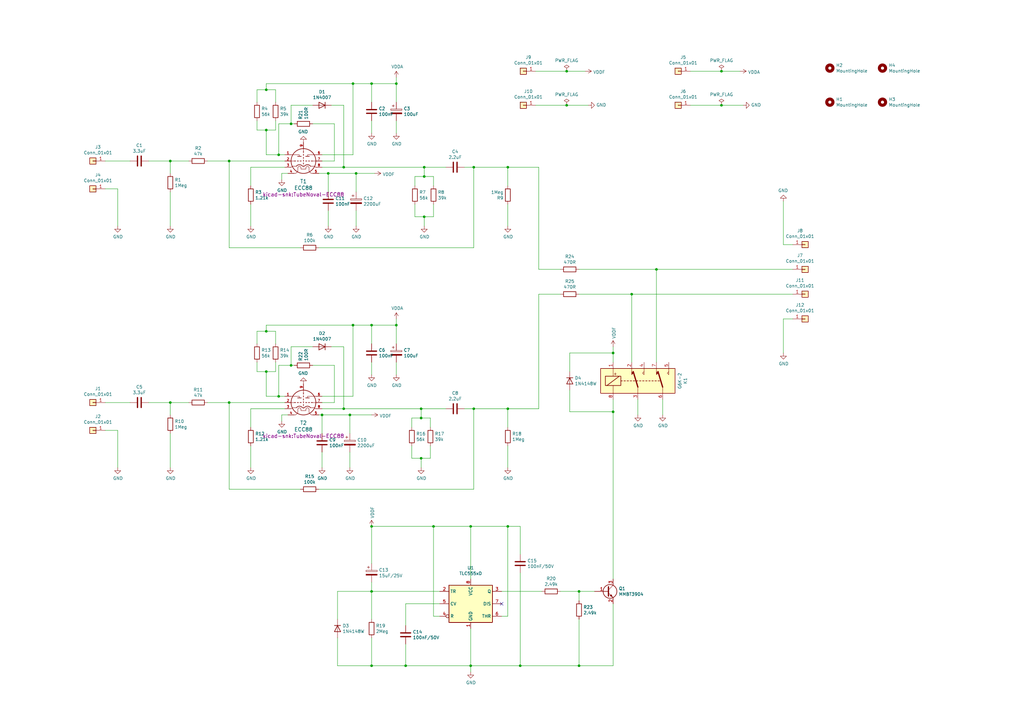
<source format=kicad_sch>
(kicad_sch (version 20211123) (generator eeschema)
  (paper "A3")
  (title_block (title "Pre-Amp ECC88/E88CC") (date "2022-04-18") (rev "V6"))
  (lib_symbols
    (symbol "Connector_Generic:Conn_01x01" (pin_names (offset 1.016) hide)
      (property "Reference" "J" (at 0 2.54 0))
      (property "Value" "Conn_01x01" (at 0 -2.54 0))
      (symbol "Conn_01x01_1_1"
        (rectangle (start -1.27 0.127) (end 0 -0.127) (stroke (width 0.1524)))
        (rectangle (start -1.27 1.27) (end 1.27 -1.27) (stroke (width 0.254)) (fill (type background)))
        (pin passive line (at -5.08 0 0) (length 3.81) (name "Pin_1") (number "1"))
      )
    )
    (symbol "Device:C" (pin_numbers hide) (pin_names (offset 0.254))
      (property "Reference" "C" (at 0.635 2.54 0))
      (property "Value" "C" (at 0.635 -2.54 0))
      (symbol "C_0_1"
        (polyline (pts (xy -2.032 -0.762) (xy 2.032 -0.762)) (stroke (width 0.508)))
        (polyline (pts (xy -2.032 0.762) (xy 2.032 0.762)) (stroke (width 0.508)))
      )
      (symbol "C_1_1"
        (pin passive line (at 0 3.81 270) (length 2.794) (name "~") (number "1"))
        (pin passive line (at 0 -3.81 90) (length 2.794) (name "~") (number "2"))
      )
    )
    (symbol "Device:CP" (pin_numbers hide) (pin_names (offset 0.254))
      (property "Reference" "C" (at 0.635 2.54 0))
      (property "Value" "Device_CP" (at 0.635 -2.54 0))
      (symbol "CP_0_1"
        (rectangle (start -2.286 0.508) (end 2.286 1.016))
        (polyline (pts (xy -1.778 2.286) (xy -0.762 2.286)))
        (polyline (pts (xy -1.27 2.794) (xy -1.27 1.778)))
        (rectangle (start 2.286 -0.508) (end -2.286 -1.016) (fill (type outline)))
      )
      (symbol "CP_1_1"
        (pin passive line (at 0 3.81 270) (length 2.794) (name "~") (number "1"))
        (pin passive line (at 0 -3.81 90) (length 2.794) (name "~") (number "2"))
      )
    )
    (symbol "Device:R" (pin_numbers hide) (pin_names (offset 0))
      (property "Reference" "R" (at 2.032 0 90))
      (property "Value" "R" (at 0 0 90))
      (symbol "R_0_1"
        (rectangle (start -1.016 -2.54) (end 1.016 2.54) (stroke (width 0.254)))
      )
      (symbol "R_1_1"
        (pin passive line (at 0 3.81 270) (length 1.27) (name "~") (number "1"))
        (pin passive line (at 0 -3.81 90) (length 1.27) (name "~") (number "2"))
      )
    )
    (symbol "Diode:1N4007" (pin_numbers hide) (pin_names (offset 1.016) hide)
      (property "Reference" "D" (at 0 2.54 0))
      (property "Value" "1N4007" (at 0 -2.54 0))
      (symbol "1N4007_0_1"
        (polyline (pts (xy -1.27 1.27) (xy -1.27 -1.27)) (stroke (width 0.254)))
        (polyline (pts (xy 1.27 0) (xy -1.27 0)))
        (polyline (pts (xy 1.27 1.27) (xy 1.27 -1.27) (xy -1.27 0) (xy 1.27 1.27)) (stroke (width 0.254)))
      )
      (symbol "1N4007_1_1"
        (pin passive line (at -3.81 0 0) (length 2.54) (name "K") (number "1"))
        (pin passive line (at 3.81 0 180) (length 2.54) (name "A") (number "2"))
      )
    )
    (symbol "Diode:1N4148W" (pin_numbers hide) (pin_names (offset 1.016) hide)
      (property "Reference" "D" (at 0 2.54 0))
      (property "Value" "1N4148W" (at 0 -2.54 0))
      (symbol "1N4148W_0_1"
        (polyline (pts (xy -1.27 1.27) (xy -1.27 -1.27)) (stroke (width 0.254)))
        (polyline (pts (xy 1.27 0) (xy -1.27 0)))
        (polyline (pts (xy 1.27 1.27) (xy 1.27 -1.27) (xy -1.27 0) (xy 1.27 1.27)) (stroke (width 0.254)))
      )
      (symbol "1N4148W_1_1"
        (pin passive line (at -3.81 0 0) (length 2.54) (name "K") (number "1"))
        (pin passive line (at 3.81 0 180) (length 2.54) (name "A") (number "2"))
      )
    )
    (symbol "Mechanical:MountingHole" (pin_names (offset 1.016))
      (property "Reference" "H" (at 0 5.08 0))
      (property "Value" "MountingHole" (at 0 3.175 0))
      (symbol "MountingHole_0_1"
        (circle (center 0 0) (radius 1.27) (stroke (width 1.27)))
      )
    )
    (symbol "Relay:G6K-2"
      (property "Reference" "K" (at 16.51 3.81 0))
      (property "Value" "G6K-2" (at 16.51 1.27 0))
      (symbol "G6K-2_0_0"
        (text "+" (at -9.271 2.921 0) (effects (font (size 1.27 1.27))))
      )
      (symbol "G6K-2_0_1"
        (rectangle (start -15.24 5.08) (end 15.24 -5.08) (stroke (width 0.254)) (fill (type background)))
        (rectangle (start -13.335 1.905) (end -6.985 -1.905) (stroke (width 0.254)))
        (polyline (pts (xy -12.7 -1.905) (xy -7.62 1.905)) (stroke (width 0.254)))
        (polyline (pts (xy -10.16 -5.08) (xy -10.16 -1.905)))
        (polyline (pts (xy -10.16 5.08) (xy -10.16 1.905)))
        (polyline (pts (xy -6.985 0) (xy -6.35 0)) (stroke (width 0.254)))
        (polyline (pts (xy -5.715 0) (xy -5.08 0)) (stroke (width 0.254)))
        (polyline (pts (xy -4.445 0) (xy -3.81 0)) (stroke (width 0.254)))
        (polyline (pts (xy -3.175 0) (xy -2.54 0)) (stroke (width 0.254)))
        (polyline (pts (xy -1.905 0) (xy -1.27 0)) (stroke (width 0.254)))
        (polyline (pts (xy -0.635 0) (xy 0 0)) (stroke (width 0.254)))
        (polyline (pts (xy 0 -2.54) (xy -1.905 3.81)) (stroke (width 0.508)))
        (polyline (pts (xy 0 -2.54) (xy 0 -5.08)))
        (polyline (pts (xy 0.635 0) (xy 1.27 0)) (stroke (width 0.254)))
        (polyline (pts (xy 1.905 0) (xy 2.54 0)) (stroke (width 0.254)))
        (polyline (pts (xy 3.175 0) (xy 3.81 0)) (stroke (width 0.254)))
        (polyline (pts (xy 4.445 0) (xy 5.08 0)) (stroke (width 0.254)))
        (polyline (pts (xy 5.715 0) (xy 6.35 0)) (stroke (width 0.254)))
        (polyline (pts (xy 6.985 0) (xy 7.62 0)) (stroke (width 0.254)))
        (polyline (pts (xy 8.255 0) (xy 8.89 0)) (stroke (width 0.254)))
        (polyline (pts (xy 10.16 -2.54) (xy 8.255 3.81)) (stroke (width 0.508)))
        (polyline (pts (xy 10.16 -2.54) (xy 10.16 -5.08)))
        (polyline (pts (xy -2.54 5.08) (xy -2.54 2.54) (xy -1.905 3.175) (xy -2.54 3.81)) (fill (type outline)))
        (polyline (pts (xy 2.54 5.08) (xy 2.54 2.54) (xy 1.905 3.175) (xy 2.54 3.81)))
        (polyline (pts (xy 7.62 5.08) (xy 7.62 2.54) (xy 8.255 3.175) (xy 7.62 3.81)) (fill (type outline)))
        (polyline (pts (xy 12.7 5.08) (xy 12.7 2.54) (xy 12.065 3.175) (xy 12.7 3.81)))
      )
      (symbol "G6K-2_1_1"
        (pin passive line (at -10.16 7.62 270) (length 2.54) (name "~") (number "1"))
        (pin passive line (at -2.54 7.62 270) (length 2.54) (name "~") (number "2"))
        (pin passive line (at 0 -7.62 90) (length 2.54) (name "~") (number "3"))
        (pin passive line (at 2.54 7.62 270) (length 2.54) (name "~") (number "4"))
        (pin passive line (at 12.7 7.62 270) (length 2.54) (name "~") (number "5"))
        (pin passive line (at 10.16 -7.62 90) (length 2.54) (name "~") (number "6"))
        (pin passive line (at 7.62 7.62 270) (length 2.54) (name "~") (number "7"))
        (pin passive line (at -10.16 -7.62 90) (length 2.54) (name "~") (number "8"))
      )
    )
    (symbol "Timer:TLC555xD"
      (property "Reference" "U" (at -10.16 8.89 0))
      (property "Value" "TLC555xD" (at 2.54 8.89 0))
      (symbol "TLC555xD_0_0"
        (pin power_in line (at 0 -10.16 90) (length 2.54) (name "GND") (number "1"))
        (pin power_in line (at 0 10.16 270) (length 2.54) (name "VCC") (number "8"))
      )
      (symbol "TLC555xD_0_1"
        (rectangle (start -8.89 -7.62) (end 8.89 7.62) (stroke (width 0.254)) (fill (type background)))
        (rectangle (start -8.89 -7.62) (end 8.89 7.62) (stroke (width 0.254)) (fill (type background)))
      )
      (symbol "TLC555xD_1_1"
        (pin input line (at -12.7 5.08 0) (length 3.81) (name "TR") (number "2"))
        (pin output line (at 12.7 5.08 180) (length 3.81) (name "Q") (number "3"))
        (pin input inverted (at -12.7 -5.08 0) (length 3.81) (name "R") (number "4"))
        (pin input line (at -12.7 0 0) (length 3.81) (name "CV") (number "5"))
        (pin input line (at 12.7 -5.08 180) (length 3.81) (name "THR") (number "6"))
        (pin input line (at 12.7 0 180) (length 3.81) (name "DIS") (number "7"))
      )
    )
    (symbol "Transistor_BJT:MMBT3904" (pin_names (offset 0) hide)
      (property "Reference" "Q" (at 5.08 1.905 0))
      (property "Value" "MMBT3904" (at 5.08 0 0))
      (symbol "MMBT3904_0_1"
        (polyline (pts (xy 0.635 0.635) (xy 2.54 2.54)))
        (polyline (pts (xy 0.635 -0.635) (xy 2.54 -2.54) (xy 2.54 -2.54)))
        (polyline (pts (xy 0.635 1.905) (xy 0.635 -1.905) (xy 0.635 -1.905)) (stroke (width 0.508)))
        (polyline (pts (xy 1.27 -1.778) (xy 1.778 -1.27) (xy 2.286 -2.286) (xy 1.27 -1.778) (xy 1.27 -1.778)) (fill (type outline)))
        (circle (center 1.27 0) (radius 2.8194) (stroke (width 0.254)))
      )
      (symbol "MMBT3904_1_1"
        (pin input line (at -5.08 0 0) (length 5.715) (name "B") (number "1"))
        (pin passive line (at 2.54 -5.08 90) (length 2.54) (name "E") (number "2"))
        (pin passive line (at 2.54 5.08 270) (length 2.54) (name "C") (number "3"))
      )
    )
    (symbol "power:GND" (power) (pin_names (offset 0))
      (property "Value" "GND" (at 0 -3.81 0))
      (symbol "GND_0_1"
        (polyline (pts (xy 0 0) (xy 0 -1.27) (xy 1.27 -1.27) (xy 0 -2.54) (xy -1.27 -1.27) (xy 0 -1.27)))
      )
      (symbol "GND_1_1"
        (pin power_in line (at 0 0 270) (length 0) hide (name "GND") (number "1"))
      )
    )
    (symbol "power:PWR_FLAG" (power) (pin_numbers hide) (pin_names (offset 0) hide)
      (property "Value" "PWR_FLAG" (at 0 3.81 0))
      (symbol "PWR_FLAG_0_0"
        (pin power_out line (at 0 0 90) (length 0) (name "pwr") (number "1"))
      )
      (symbol "PWR_FLAG_0_1"
        (polyline (pts (xy 0 0) (xy 0 1.27) (xy -1.016 1.905) (xy 0 2.54) (xy 1.016 1.905) (xy 0 1.27)))
      )
    )
    (symbol "power:VDDA" (power) (pin_names (offset 0))
      (property "Value" "VDDA" (at 0 3.81 0))
      (symbol "VDDA_0_1"
        (polyline (pts (xy -0.762 1.27) (xy 0 2.54)))
        (polyline (pts (xy 0 0) (xy 0 2.54)))
        (polyline (pts (xy 0 2.54) (xy 0.762 1.27)))
      )
      (symbol "VDDA_1_1"
        (pin power_in line (at 0 0 90) (length 0) hide (name "VDDA") (number "1"))
      )
    )
    (symbol "power:VDDF" (power) (pin_names (offset 0))
      (property "Value" "VDDF" (at 0 3.81 0))
      (symbol "VDDF_0_1"
        (polyline (pts (xy -0.762 1.27) (xy 0 2.54)))
        (polyline (pts (xy 0 0) (xy 0 2.54)))
        (polyline (pts (xy 0 2.54) (xy 0.762 1.27)))
      )
      (symbol "VDDF_1_1"
        (pin power_in line (at 0 0 90) (length 0) hide (name "VDDF") (number "1"))
      )
    )
    (symbol "w_vacuum:ECC88" (pin_names (offset 0.0254) hide)
      (property "Reference" "T" (at 0 -7.62 0))
      (property "Value" "w_vacuum_ECC88" (at 0 -10.16 0))
      (symbol "ECC88_0_1"
        (arc (start -1.016 -2.794) (mid -1.651 -2.159) (end -2.286 -2.794))
        (arc (start -0.381 -2.159) (mid -1.651 -1.4978) (end -2.921 -2.159) (stroke (width 0.254)))
        (polyline (pts (xy -5.08 0) (xy -3.683 0)))
        (polyline (pts (xy -3.683 0) (xy -3.175 0)) (stroke (width 0.254)))
        (polyline (pts (xy -2.54 0) (xy -2.032 0)) (stroke (width 0.254)))
        (polyline (pts (xy -2.413 1.905) (xy -0.889 1.905)) (stroke (width 0.254)))
        (polyline (pts (xy -1.397 0) (xy -0.889 0)) (stroke (width 0.254)))
        (polyline (pts (xy 0 5.08) (xy 0 3.937)))
        (polyline (pts (xy 0.889 0) (xy 1.397 0)) (stroke (width 0.254)))
        (polyline (pts (xy 0.889 1.905) (xy 2.413 1.905)) (stroke (width 0.254)))
        (polyline (pts (xy 2.032 0) (xy 2.54 0)) (stroke (width 0.254)))
        (polyline (pts (xy 3.175 0) (xy 3.683 0)) (stroke (width 0.254)))
        (polyline (pts (xy 3.683 0) (xy 5.08 0)))
        (polyline (pts (xy -2.921 -2.159) (xy -4.318 -2.159) (xy -5.08 -2.54)))
        (polyline (pts (xy -1.651 1.905) (xy -1.651 2.54) (xy -5.08 2.54)))
        (polyline (pts (xy 2.921 -2.159) (xy 4.318 -2.159) (xy 5.08 -2.54)))
        (polyline (pts (xy 5.08 2.54) (xy 1.651 2.54) (xy 1.651 1.905)))
        (polyline (pts (xy -2.286 -2.794) (xy -2.286 -4.191) (xy -3.175 -5.08) (xy -3.81 -5.08)))
        (polyline (pts (xy -1.016 -2.794) (xy -1.016 -3.302) (xy 1.016 -3.302) (xy 1.016 -2.794)))
        (polyline (pts (xy 2.286 -2.794) (xy 2.286 -4.191) (xy 3.175 -5.08) (xy 3.81 -5.08)))
        (circle (center 0 0) (radius 5.08) (stroke (width 0.254)))
        (arc (start 2.286 -2.794) (mid 1.651 -2.159) (end 1.016 -2.794))
        (arc (start 2.921 -2.159) (mid 1.651 -1.4978) (end 0.381 -2.159) (stroke (width 0.254)))
      )
      (symbol "ECC88_1_1"
        (polyline (pts (xy 0 -2.413) (xy 0 -1.905)) (stroke (width 0.254)))
        (polyline (pts (xy 0 -1.27) (xy 0 -0.762)) (stroke (width 0.254)))
        (polyline (pts (xy 0 -0.127) (xy 0 0.381)) (stroke (width 0.254)))
        (polyline (pts (xy 0 1.016) (xy 0 1.524)) (stroke (width 0.254)))
        (polyline (pts (xy 0 2.286) (xy 0 2.794)) (stroke (width 0.254)))
        (polyline (pts (xy 0 3.429) (xy 0 3.937)) (stroke (width 0.254)))
        (pin input line (at -7.62 2.54 0) (length 2.54) (name "qT1") (number "1"))
        (pin input line (at -7.62 0 0) (length 2.54) (name "gT1") (number "2"))
        (pin input line (at -7.62 -2.54 0) (length 2.54) (name "kT1") (number "3"))
        (pin input line (at -6.35 -5.08 0) (length 2.54) (name "h") (number "4"))
        (pin input line (at 6.35 -5.08 180) (length 2.54) (name "h") (number "5"))
        (pin input line (at 7.62 2.54 180) (length 2.54) (name "qT2") (number "6"))
        (pin input line (at 7.62 0 180) (length 2.54) (name "gT2") (number "7"))
        (pin input line (at 7.62 -2.54 180) (length 2.54) (name "kT2") (number "8"))
        (pin input line (at 0 7.62 270) (length 2.54) (name "s") (number "9"))
      )
    )
  )
  (junction (at 114.3 63.5))
  (junction (at 109.22 152.4))
  (junction (at 119.38 50.8))
  (junction (at 208.28 167.64))
  (junction (at 152.4 215.9))
  (junction (at 162.56 133.35))
  (junction (at 173.99 68.58))
  (junction (at 134.62 71.12))
  (junction (at 193.04 215.9))
  (junction (at 295.91 29.21))
  (junction (at 237.49 273.05))
  (junction (at 232.41 29.21))
  (junction (at 109.22 135.89))
  (junction (at 269.24 110.49))
  (junction (at 208.28 215.9))
  (junction (at 251.46 168.91))
  (junction (at 93.98 165.1))
  (junction (at 152.4 273.05))
  (junction (at 114.3 162.56))
  (junction (at 162.56 34.29))
  (junction (at 109.22 36.83))
  (junction (at 194.31 68.58))
  (junction (at 140.97 68.58))
  (junction (at 152.4 133.35))
  (junction (at 152.4 34.29))
  (junction (at 177.8 215.9))
  (junction (at 259.08 120.65))
  (junction (at 93.98 66.04))
  (junction (at 172.72 171.45))
  (junction (at 144.78 34.29))
  (junction (at 172.72 187.96))
  (junction (at 152.4 242.57))
  (junction (at 140.97 167.64))
  (junction (at 173.99 88.9))
  (junction (at 251.46 144.78))
  (junction (at 109.22 53.34))
  (junction (at 69.85 165.1))
  (junction (at 237.49 242.57))
  (junction (at 166.37 273.05))
  (junction (at 173.99 72.39))
  (junction (at 69.85 66.04))
  (junction (at 193.04 273.05))
  (junction (at 172.72 167.64))
  (junction (at 208.28 68.58))
  (junction (at 119.38 149.86))
  (junction (at 132.08 170.18))
  (junction (at 143.51 170.18))
  (junction (at 146.05 71.12))
  (junction (at 144.78 133.35))
  (junction (at 213.36 273.05))
  (junction (at 194.31 167.64))
  (junction (at 232.41 43.18))
  (junction (at 295.91 43.18))
  (no_connect (at 205.74 247.65))
  (wire (pts (xy 170.18 83.82) (xy 170.18 88.9)))
  (wire (pts (xy 132.08 165.1) (xy 137.16 165.1)))
  (wire (pts (xy 152.4 242.57) (xy 152.4 238.76)))
  (wire (pts (xy 132.08 167.64) (xy 140.97 167.64)))
  (wire (pts (xy 213.36 273.05) (xy 193.04 273.05)))
  (wire (pts (xy 85.09 66.04) (xy 93.98 66.04)))
  (wire (pts (xy 123.19 101.6) (xy 93.98 101.6)))
  (wire (pts (xy 146.05 92.71) (xy 146.05 86.36)))
  (wire (pts (xy 194.31 167.64) (xy 190.5 167.64)))
  (wire (pts (xy 102.87 68.58) (xy 102.87 76.2)))
  (wire (pts (xy 237.49 246.38) (xy 237.49 242.57)))
  (wire (pts (xy 152.4 34.29) (xy 162.56 34.29)))
  (wire (pts (xy 295.91 29.21) (xy 283.21 29.21)))
  (wire (pts (xy 162.56 54.61) (xy 162.56 49.53)))
  (wire (pts (xy 205.74 252.73) (xy 208.28 252.73)))
  (wire (pts (xy 128.27 149.86) (xy 137.16 149.86)))
  (wire (pts (xy 220.98 167.64) (xy 220.98 120.65)))
  (wire (pts (xy 114.3 50.8) (xy 114.3 63.5)))
  (wire (pts (xy 146.05 71.12) (xy 134.62 71.12)))
  (wire (pts (xy 213.36 234.95) (xy 213.36 273.05)))
  (wire (pts (xy 140.97 167.64) (xy 172.72 167.64)))
  (wire (pts (xy 105.41 36.83) (xy 105.41 41.91)))
  (wire (pts (xy 194.31 68.58) (xy 208.28 68.58)))
  (wire (pts (xy 48.26 191.77) (xy 48.26 176.53)))
  (wire (pts (xy 109.22 36.83) (xy 105.41 36.83)))
  (wire (pts (xy 135.89 142.24) (xy 140.97 142.24)))
  (wire (pts (xy 109.22 53.34) (xy 113.03 53.34)))
  (wire (pts (xy 113.03 53.34) (xy 113.03 49.53)))
  (wire (pts (xy 152.4 140.97) (xy 152.4 133.35)))
  (wire (pts (xy 166.37 273.05) (xy 152.4 273.05)))
  (wire (pts (xy 205.74 242.57) (xy 222.25 242.57)))
  (wire (pts (xy 237.49 242.57) (xy 229.87 242.57)))
  (wire (pts (xy 208.28 83.82) (xy 208.28 92.71)))
  (wire (pts (xy 295.91 43.18) (xy 304.8 43.18)))
  (wire (pts (xy 109.22 63.5) (xy 109.22 53.34)))
  (wire (pts (xy 119.38 149.86) (xy 114.3 149.86)))
  (wire (pts (xy 113.03 41.91) (xy 113.03 36.83)))
  (wire (pts (xy 115.57 170.18) (xy 115.57 172.72)))
  (wire (pts (xy 135.89 43.18) (xy 140.97 43.18)))
  (wire (pts (xy 152.4 215.9) (xy 177.8 215.9)))
  (wire (pts (xy 177.8 252.73) (xy 177.8 215.9)))
  (wire (pts (xy 137.16 149.86) (xy 137.16 165.1)))
  (wire (pts (xy 173.99 88.9) (xy 177.8 88.9)))
  (wire (pts (xy 105.41 152.4) (xy 105.41 148.59)))
  (wire (pts (xy 229.87 110.49) (xy 220.98 110.49)))
  (wire (pts (xy 233.68 160.02) (xy 233.68 168.91)))
  (wire (pts (xy 116.84 162.56) (xy 114.3 162.56)))
  (wire (pts (xy 118.11 71.12) (xy 115.57 71.12)))
  (wire (pts (xy 132.08 170.18) (xy 143.51 170.18)))
  (wire (pts (xy 166.37 273.05) (xy 166.37 264.16)))
  (wire (pts (xy 93.98 165.1) (xy 116.84 165.1)))
  (wire (pts (xy 162.56 133.35) (xy 162.56 130.81)))
  (wire (pts (xy 176.53 175.26) (xy 176.53 171.45)))
  (wire (pts (xy 128.27 142.24) (xy 119.38 142.24)))
  (wire (pts (xy 102.87 92.71) (xy 102.87 83.82)))
  (wire (pts (xy 193.04 257.81) (xy 193.04 273.05)))
  (wire (pts (xy 132.08 63.5) (xy 144.78 63.5)))
  (wire (pts (xy 138.43 242.57) (xy 138.43 254)))
  (wire (pts (xy 116.84 63.5) (xy 114.3 63.5)))
  (wire (pts (xy 162.56 133.35) (xy 162.56 140.97)))
  (wire (pts (xy 251.46 148.59) (xy 251.46 144.78)))
  (wire (pts (xy 177.8 88.9) (xy 177.8 83.82)))
  (wire (pts (xy 77.47 165.1) (xy 69.85 165.1)))
  (wire (pts (xy 128.27 50.8) (xy 137.16 50.8)))
  (wire (pts (xy 119.38 50.8) (xy 120.65 50.8)))
  (wire (pts (xy 140.97 68.58) (xy 173.99 68.58)))
  (wire (pts (xy 144.78 34.29) (xy 152.4 34.29)))
  (wire (pts (xy 113.03 36.83) (xy 109.22 36.83)))
  (wire (pts (xy 69.85 71.12) (xy 69.85 66.04)))
  (wire (pts (xy 69.85 191.77) (xy 69.85 177.8)))
  (wire (pts (xy 177.8 72.39) (xy 173.99 72.39)))
  (wire (pts (xy 123.19 200.66) (xy 93.98 200.66)))
  (wire (pts (xy 132.08 66.04) (xy 137.16 66.04)))
  (wire (pts (xy 144.78 133.35) (xy 109.22 133.35)))
  (wire (pts (xy 180.34 242.57) (xy 152.4 242.57)))
  (wire (pts (xy 132.08 162.56) (xy 144.78 162.56)))
  (wire (pts (xy 128.27 43.18) (xy 119.38 43.18)))
  (wire (pts (xy 208.28 215.9) (xy 193.04 215.9)))
  (wire (pts (xy 168.91 187.96) (xy 172.72 187.96)))
  (wire (pts (xy 116.84 167.64) (xy 102.87 167.64)))
  (wire (pts (xy 193.04 275.59) (xy 193.04 273.05)))
  (wire (pts (xy 213.36 215.9) (xy 208.28 215.9)))
  (wire (pts (xy 240.03 29.21) (xy 232.41 29.21)))
  (wire (pts (xy 114.3 149.86) (xy 114.3 162.56)))
  (wire (pts (xy 208.28 76.2) (xy 208.28 68.58)))
  (wire (pts (xy 69.85 92.71) (xy 69.85 78.74)))
  (wire (pts (xy 173.99 72.39) (xy 173.99 68.58)))
  (wire (pts (xy 168.91 182.88) (xy 168.91 187.96)))
  (wire (pts (xy 172.72 171.45) (xy 172.72 167.64)))
  (wire (pts (xy 208.28 167.64) (xy 220.98 167.64)))
  (wire (pts (xy 48.26 176.53) (xy 43.18 176.53)))
  (wire (pts (xy 208.28 68.58) (xy 220.98 68.58)))
  (wire (pts (xy 109.22 162.56) (xy 109.22 152.4)))
  (wire (pts (xy 152.4 231.14) (xy 152.4 215.9)))
  (wire (pts (xy 321.31 144.78) (xy 321.31 130.81)))
  (wire (pts (xy 162.56 34.29) (xy 162.56 31.75)))
  (wire (pts (xy 93.98 101.6) (xy 93.98 66.04)))
  (wire (pts (xy 43.18 66.04) (xy 53.34 66.04)))
  (wire (pts (xy 177.8 76.2) (xy 177.8 72.39)))
  (wire (pts (xy 269.24 148.59) (xy 269.24 110.49)))
  (wire (pts (xy 208.28 191.77) (xy 208.28 182.88)))
  (wire (pts (xy 194.31 101.6) (xy 130.81 101.6)))
  (wire (pts (xy 48.26 92.71) (xy 48.26 77.47)))
  (wire (pts (xy 193.04 237.49) (xy 193.04 215.9)))
  (wire (pts (xy 283.21 43.18) (xy 295.91 43.18)))
  (wire (pts (xy 144.78 63.5) (xy 144.78 34.29)))
  (wire (pts (xy 143.51 170.18) (xy 152.4 170.18)))
  (wire (pts (xy 137.16 50.8) (xy 137.16 66.04)))
  (wire (pts (xy 134.62 92.71) (xy 134.62 86.36)))
  (wire (pts (xy 232.41 43.18) (xy 241.3 43.18)))
  (wire (pts (xy 152.4 273.05) (xy 138.43 273.05)))
  (wire (pts (xy 243.84 242.57) (xy 237.49 242.57)))
  (wire (pts (xy 132.08 177.8) (xy 132.08 170.18)))
  (wire (pts (xy 114.3 162.56) (xy 109.22 162.56)))
  (wire (pts (xy 102.87 191.77) (xy 102.87 182.88)))
  (wire (pts (xy 172.72 187.96) (xy 176.53 187.96)))
  (wire (pts (xy 146.05 78.74) (xy 146.05 71.12)))
  (wire (pts (xy 168.91 171.45) (xy 168.91 175.26)))
  (wire (pts (xy 105.41 53.34) (xy 105.41 49.53)))
  (wire (pts (xy 153.67 71.12) (xy 146.05 71.12)))
  (wire (pts (xy 172.72 171.45) (xy 168.91 171.45)))
  (wire (pts (xy 251.46 163.83) (xy 251.46 168.91)))
  (wire (pts (xy 271.78 170.18) (xy 271.78 163.83)))
  (wire (pts (xy 85.09 165.1) (xy 93.98 165.1)))
  (wire (pts (xy 109.22 135.89) (xy 105.41 135.89)))
  (wire (pts (xy 251.46 247.65) (xy 251.46 273.05)))
  (wire (pts (xy 144.78 162.56) (xy 144.78 133.35)))
  (wire (pts (xy 69.85 165.1) (xy 60.96 165.1)))
  (wire (pts (xy 119.38 43.18) (xy 119.38 50.8)))
  (wire (pts (xy 152.4 133.35) (xy 162.56 133.35)))
  (wire (pts (xy 180.34 247.65) (xy 166.37 247.65)))
  (wire (pts (xy 193.04 273.05) (xy 166.37 273.05)))
  (wire (pts (xy 172.72 167.64) (xy 182.88 167.64)))
  (wire (pts (xy 237.49 254) (xy 237.49 273.05)))
  (wire (pts (xy 229.87 120.65) (xy 220.98 120.65)))
  (wire (pts (xy 114.3 50.8) (xy 119.38 50.8)))
  (wire (pts (xy 251.46 273.05) (xy 237.49 273.05)))
  (wire (pts (xy 138.43 273.05) (xy 138.43 261.62)))
  (wire (pts (xy 109.22 152.4) (xy 113.03 152.4)))
  (wire (pts (xy 69.85 170.18) (xy 69.85 165.1)))
  (wire (pts (xy 69.85 66.04) (xy 60.96 66.04)))
  (wire (pts (xy 166.37 247.65) (xy 166.37 256.54)))
  (wire (pts (xy 194.31 200.66) (xy 130.81 200.66)))
  (wire (pts (xy 102.87 167.64) (xy 102.87 175.26)))
  (wire (pts (xy 194.31 167.64) (xy 194.31 200.66)))
  (wire (pts (xy 232.41 29.21) (xy 219.71 29.21)))
  (wire (pts (xy 176.53 171.45) (xy 172.72 171.45)))
  (wire (pts (xy 152.4 153.67) (xy 152.4 148.59)))
  (wire (pts (xy 261.62 170.18) (xy 261.62 163.83)))
  (wire (pts (xy 132.08 170.18) (xy 130.81 170.18)))
  (wire (pts (xy 120.65 149.86) (xy 119.38 149.86)))
  (wire (pts (xy 213.36 227.33) (xy 213.36 215.9)))
  (wire (pts (xy 208.28 252.73) (xy 208.28 215.9)))
  (wire (pts (xy 48.26 77.47) (xy 43.18 77.47)))
  (wire (pts (xy 152.4 273.05) (xy 152.4 261.62)))
  (wire (pts (xy 152.4 41.91) (xy 152.4 34.29)))
  (wire (pts (xy 180.34 252.73) (xy 177.8 252.73)))
  (wire (pts (xy 113.03 152.4) (xy 113.03 148.59)))
  (wire (pts (xy 237.49 273.05) (xy 213.36 273.05)))
  (wire (pts (xy 109.22 152.4) (xy 105.41 152.4)))
  (wire (pts (xy 93.98 200.66) (xy 93.98 165.1)))
  (wire (pts (xy 219.71 43.18) (xy 232.41 43.18)))
  (wire (pts (xy 134.62 78.74) (xy 134.62 71.12)))
  (wire (pts (xy 251.46 168.91) (xy 251.46 237.49)))
  (wire (pts (xy 144.78 34.29) (xy 109.22 34.29)))
  (wire (pts (xy 269.24 110.49) (xy 325.12 110.49)))
  (wire (pts (xy 194.31 68.58) (xy 190.5 68.58)))
  (wire (pts (xy 119.38 142.24) (xy 119.38 149.86)))
  (wire (pts (xy 93.98 66.04) (xy 116.84 66.04)))
  (wire (pts (xy 152.4 242.57) (xy 152.4 254)))
  (wire (pts (xy 152.4 54.61) (xy 152.4 49.53)))
  (wire (pts (xy 321.31 130.81) (xy 325.12 130.81)))
  (wire (pts (xy 162.56 34.29) (xy 162.56 41.91)))
  (wire (pts (xy 233.68 144.78) (xy 251.46 144.78)))
  (wire (pts (xy 113.03 135.89) (xy 109.22 135.89)))
  (wire (pts (xy 321.31 100.33) (xy 321.31 82.55)))
  (wire (pts (xy 259.08 120.65) (xy 325.12 120.65)))
  (wire (pts (xy 233.68 168.91) (xy 251.46 168.91)))
  (wire (pts (xy 220.98 68.58) (xy 220.98 110.49)))
  (wire (pts (xy 109.22 53.34) (xy 105.41 53.34)))
  (wire (pts (xy 144.78 133.35) (xy 152.4 133.35)))
  (wire (pts (xy 115.57 71.12) (xy 115.57 73.66)))
  (wire (pts (xy 170.18 72.39) (xy 170.18 76.2)))
  (wire (pts (xy 194.31 68.58) (xy 194.31 101.6)))
  (wire (pts (xy 325.12 100.33) (xy 321.31 100.33)))
  (wire (pts (xy 193.04 215.9) (xy 177.8 215.9)))
  (wire (pts (xy 233.68 152.4) (xy 233.68 144.78)))
  (wire (pts (xy 237.49 110.49) (xy 269.24 110.49)))
  (wire (pts (xy 105.41 135.89) (xy 105.41 140.97)))
  (wire (pts (xy 77.47 66.04) (xy 69.85 66.04)))
  (wire (pts (xy 143.51 191.77) (xy 143.51 185.42)))
  (wire (pts (xy 114.3 63.5) (xy 109.22 63.5)))
  (wire (pts (xy 173.99 92.71) (xy 173.99 88.9)))
  (wire (pts (xy 173.99 68.58) (xy 182.88 68.58)))
  (wire (pts (xy 152.4 242.57) (xy 138.43 242.57)))
  (wire (pts (xy 143.51 177.8) (xy 143.51 170.18)))
  (wire (pts (xy 132.08 191.77) (xy 132.08 185.42)))
  (wire (pts (xy 172.72 191.77) (xy 172.72 187.96)))
  (wire (pts (xy 109.22 34.29) (xy 109.22 36.83)))
  (wire (pts (xy 109.22 133.35) (xy 109.22 135.89)))
  (wire (pts (xy 113.03 140.97) (xy 113.03 135.89)))
  (wire (pts (xy 116.84 68.58) (xy 102.87 68.58)))
  (wire (pts (xy 162.56 153.67) (xy 162.56 148.59)))
  (wire (pts (xy 134.62 71.12) (xy 130.81 71.12)))
  (wire (pts (xy 303.53 29.21) (xy 295.91 29.21)))
  (wire (pts (xy 208.28 175.26) (xy 208.28 167.64)))
  (wire (pts (xy 118.11 170.18) (xy 115.57 170.18)))
  (wire (pts (xy 140.97 142.24) (xy 140.97 167.64)))
  (wire (pts (xy 176.53 187.96) (xy 176.53 182.88)))
  (wire (pts (xy 170.18 88.9) (xy 173.99 88.9)))
  (wire (pts (xy 237.49 120.65) (xy 259.08 120.65)))
  (wire (pts (xy 194.31 167.64) (xy 208.28 167.64)))
  (wire (pts (xy 259.08 148.59) (xy 259.08 120.65)))
  (wire (pts (xy 140.97 43.18) (xy 140.97 68.58)))
  (wire (pts (xy 251.46 144.78) (xy 251.46 142.24)))
  (wire (pts (xy 43.18 165.1) (xy 53.34 165.1)))
  (wire (pts (xy 132.08 68.58) (xy 140.97 68.58)))
  (wire (pts (xy 173.99 72.39) (xy 170.18 72.39)))
  (symbol (lib_id "w_vacuum:ECC88") (at 124.46 66.04 0) (unit 1)
    (property "Reference" "T1" (at 124.46 74.3966 0) (effects (font (size 1.524 1.524))))
    (property "Value" "ECC88" (at 124.46 77.089 0) (effects (font (size 1.524 1.524))))
    (property "Footprint" "kicad-snk:TubeNoval-ECC88" (at 124.46 79.7814 0) (effects (font (size 1.524 1.524))))
  )
  (symbol (lib_id "Device:R") (at 81.28 66.04 270) (unit 1)
    (property "Reference" "R2" (at 81.28 60.7822 90))
    (property "Value" "47k" (at 81.28 63.0936 90))
    (property "Footprint" "Resistor_SMD:R_MELF_MMB-0207" (effects hide))
  )
  (symbol (lib_id "Device:R") (at 69.85 74.93 0) (unit 1)
    (property "Reference" "R1" (at 71.628 73.7616 0) (effects (justify left)))
    (property "Value" "1Meg" (at 71.628 76.073 0) (effects (justify left)))
    (property "Footprint" "Resistor_SMD:R_MELF_MMB-0207" (effects hide))
  )
  (symbol (lib_id "Connector_Generic:Conn_01x01") (at 38.1 66.04 180) (unit 1)
    (property "Reference" "J3" (at 40.1828 60.325 0))
    (property "Value" "Conn_01x01" (at 40.1828 62.6364 0))
    (property "Footprint" "Connector_Pin:Pin_D1.0mm_L10.0mm" (effects hide))
  )
  (symbol (lib_id "Connector_Generic:Conn_01x01") (at 38.1 77.47 180) (unit 1)
    (property "Reference" "J4" (at 40.1828 71.755 0))
    (property "Value" "Conn_01x01" (at 40.1828 74.0664 0))
    (property "Footprint" "Connector_Pin:Pin_D1.0mm_L10.0mm" (effects hide))
  )
  (symbol (lib_id "Connector_Generic:Conn_01x01") (at 278.13 29.21 180) (unit 1)
    (property "Reference" "J5" (at 280.2128 23.495 0))
    (property "Value" "Conn_01x01" (at 280.2128 25.8064 0))
    (property "Footprint" "Connector_Pin:Pin_D1.3mm_L11.0mm" (effects hide))
  )
  (symbol (lib_id "Connector_Generic:Conn_01x01") (at 278.13 43.18 180) (unit 1)
    (property "Reference" "J6" (at 280.2128 37.465 0))
    (property "Value" "Conn_01x01" (at 280.2128 39.7764 0))
    (property "Footprint" "Connector_Pin:Pin_D1.3mm_L11.0mm" (effects hide))
  )
  (symbol (lib_id "Device:C") (at 57.15 66.04 270) (unit 1)
    (property "Reference" "C1" (at 57.15 59.6392 90))
    (property "Value" "3.3uF" (at 57.15 61.9506 90))
    (property "Footprint" "Capacitor_THT:C_Rect_L7.2mm_W7.2mm_P5.00mm_FKS2_FKP2_MKS2_MKP2" (effects hide))
  )
  (symbol (lib_id "Mechanical:MountingHole") (at 340.36 27.94 0) (unit 1)
    (property "Reference" "H2" (at 342.9 26.7716 0) (effects (justify left)))
    (property "Value" "MountingHole" (at 342.9 29.083 0) (effects (justify left)))
    (property "Footprint" "MountingHole:MountingHole_3.2mm_M3" (effects hide))
  )
  (symbol (lib_id "Mechanical:MountingHole") (at 361.95 27.94 0) (unit 1)
    (property "Reference" "H4" (at 364.49 26.7716 0) (effects (justify left)))
    (property "Value" "MountingHole" (at 364.49 29.083 0) (effects (justify left)))
    (property "Footprint" "MountingHole:MountingHole_3.2mm_M3" (effects hide))
  )
  (symbol (lib_id "Mechanical:MountingHole") (at 340.36 41.91 0) (unit 1)
    (property "Reference" "H1" (at 342.9 40.7416 0) (effects (justify left)))
    (property "Value" "MountingHole" (at 342.9 43.053 0) (effects (justify left)))
    (property "Footprint" "MountingHole:MountingHole_3.2mm_M3" (effects hide))
  )
  (symbol (lib_id "Mechanical:MountingHole") (at 361.95 41.91 0) (unit 1)
    (property "Reference" "H3" (at 364.49 40.7416 0) (effects (justify left)))
    (property "Value" "MountingHole" (at 364.49 43.053 0) (effects (justify left)))
    (property "Footprint" "MountingHole:MountingHole_3.2mm_M3" (effects hide))
  )
  (symbol (lib_id "power:PWR_FLAG") (at 295.91 29.21 0) (unit 1)
    (property "Reference" "#FLG04" (effects hide))
    (property "Value" "PWR_FLAG" (at 295.91 24.8158 0))
  )
  (symbol (lib_id "power:GND") (at 304.8 43.18 90) (unit 1)
    (property "Reference" "#PWR05" (effects hide))
    (property "Value" "GND" (at 308.0512 43.053 90) (effects (justify right)))
  )
  (symbol (lib_id "power:PWR_FLAG") (at 295.91 43.18 0) (unit 1)
    (property "Reference" "#FLG03" (effects hide))
    (property "Value" "PWR_FLAG" (at 295.91 38.7858 0))
  )
  (symbol (lib_id "power:VDDF") (at 240.03 29.21 270) (unit 1)
    (property "Reference" "#PWR01" (effects hide))
    (property "Value" "VDDF" (at 243.2812 29.591 90) (effects (justify left)))
  )
  (symbol (lib_id "power:VDDA") (at 303.53 29.21 270) (unit 1)
    (property "Reference" "#PWR07" (effects hide))
    (property "Value" "VDDA" (at 306.7812 29.591 90) (effects (justify left)))
  )
  (symbol (lib_id "Device:R") (at 113.03 45.72 0) (unit 1)
    (property "Reference" "R5" (at 114.808 44.5516 0) (effects (justify left)))
    (property "Value" "39k" (at 114.808 46.863 0) (effects (justify left)))
    (property "Footprint" "Resistor_SMD:R_MELF_MMB-0207" (effects hide))
  )
  (symbol (lib_id "Device:CP") (at 162.56 45.72 0) (unit 1)
    (property "Reference" "C3" (at 165.5572 44.5516 0) (effects (justify left)))
    (property "Value" "100uF" (at 165.5572 46.863 0) (effects (justify left)))
    (property "Footprint" "Capacitor_THT:CP_Radial_D18.0mm_P7.50mm" (effects hide))
  )
  (symbol (lib_id "Device:R") (at 105.41 45.72 0) (unit 1)
    (property "Reference" "R4" (at 107.188 44.5516 0) (effects (justify left)))
    (property "Value" "56k" (at 107.188 46.863 0) (effects (justify left)))
    (property "Footprint" "Resistor_SMD:R_MELF_MMB-0207" (effects hide))
  )
  (symbol (lib_id "Device:C") (at 152.4 45.72 0) (unit 1)
    (property "Reference" "C2" (at 155.321 44.5516 0) (effects (justify left)))
    (property "Value" "100nF" (at 155.321 46.863 0) (effects (justify left)))
    (property "Footprint" "Capacitor_THT:C_Rect_L16.5mm_W5.0mm_P15.00mm_MKT" (effects hide))
  )
  (symbol (lib_id "Device:R") (at 177.8 80.01 0) (unit 1)
    (property "Reference" "R8" (at 179.578 78.8416 0) (effects (justify left)))
    (property "Value" "39k" (at 179.578 81.153 0) (effects (justify left)))
    (property "Footprint" "Resistor_SMD:R_MELF_MMB-0207" (effects hide))
  )
  (symbol (lib_id "Device:R") (at 170.18 80.01 0) (unit 1)
    (property "Reference" "R7" (at 171.958 78.8416 0) (effects (justify left)))
    (property "Value" "56k" (at 171.958 81.153 0) (effects (justify left)))
    (property "Footprint" "Resistor_SMD:R_MELF_MMB-0207" (effects hide))
  )
  (symbol (lib_id "Device:R") (at 208.28 80.01 180) (unit 1)
    (property "Reference" "R9" (at 206.502 81.1784 0) (effects (justify left)))
    (property "Value" "1Meg" (at 206.502 78.867 0) (effects (justify left)))
    (property "Footprint" "Resistor_SMD:R_MELF_MMB-0207" (effects hide))
  )
  (symbol (lib_id "Device:C") (at 186.69 68.58 270) (unit 1)
    (property "Reference" "C4" (at 186.69 62.1792 90))
    (property "Value" "2.2uF" (at 186.69 64.4906 90))
    (property "Footprint" "Capacitor_THT:C_Rect_L31.5mm_W11.0mm_P27.50mm_MKS4" (effects hide))
  )
  (symbol (lib_id "Device:R") (at 127 101.6 270) (unit 1)
    (property "Reference" "R6" (at 127 96.3422 90))
    (property "Value" "100k" (at 127 98.6536 90))
    (property "Footprint" "Resistor_SMD:R_MELF_MMB-0207" (effects hide))
  )
  (symbol (lib_id "power:GND") (at 124.46 58.42 180) (unit 1)
    (property "Reference" "#PWR09" (effects hide))
    (property "Value" "GND" (at 124.333 54.0258 0))
  )
  (symbol (lib_id "power:GND") (at 173.99 92.71 0) (unit 1)
    (property "Reference" "#PWR012" (effects hide))
    (property "Value" "GND" (at 174.117 97.1042 0))
  )
  (symbol (lib_id "Connector_Generic:Conn_01x01") (at 330.2 110.49 0) (mirror x) (unit 1)
    (property "Reference" "J7" (at 328.1172 104.775 0))
    (property "Value" "Conn_01x01" (at 328.1172 107.0864 0))
    (property "Footprint" "Connector_Pin:Pin_D1.0mm_L10.0mm" (effects hide))
  )
  (symbol (lib_id "Connector_Generic:Conn_01x01") (at 330.2 100.33 0) (mirror x) (unit 1)
    (property "Reference" "J8" (at 328.1172 94.615 0))
    (property "Value" "Conn_01x01" (at 328.1172 96.9264 0))
    (property "Footprint" "Connector_Pin:Pin_D1.0mm_L10.0mm" (effects hide))
  )
  (symbol (lib_id "power:GND") (at 162.56 54.61 0) (unit 1)
    (property "Reference" "#PWR014" (effects hide))
    (property "Value" "GND" (at 162.687 59.0042 0))
  )
  (symbol (lib_id "power:GND") (at 152.4 54.61 0) (unit 1)
    (property "Reference" "#PWR011" (effects hide))
    (property "Value" "GND" (at 152.527 59.0042 0))
  )
  (symbol (lib_id "power:GND") (at 115.57 73.66 0) (unit 1)
    (property "Reference" "#PWR08" (effects hide))
    (property "Value" "GND" (at 115.697 78.0542 0))
  )
  (symbol (lib_id "power:VDDF") (at 153.67 71.12 270) (unit 1)
    (property "Reference" "#PWR010" (effects hide))
    (property "Value" "VDDF" (at 156.9212 71.501 90) (effects (justify left)))
  )
  (symbol (lib_id "Device:R") (at 102.87 80.01 0) (unit 1)
    (property "Reference" "R3" (at 104.648 78.8416 0) (effects (justify left)))
    (property "Value" "1.21k" (at 104.648 81.153 0) (effects (justify left)))
    (property "Footprint" "Resistor_SMD:R_MiniMELF_MMA-0204" (effects hide))
  )
  (symbol (lib_id "power:GND") (at 102.87 92.71 0) (unit 1)
    (property "Reference" "#PWR06" (effects hide))
    (property "Value" "GND" (at 102.997 97.1042 0))
  )
  (symbol (lib_id "power:GND") (at 69.85 92.71 0) (unit 1)
    (property "Reference" "#PWR04" (effects hide))
    (property "Value" "GND" (at 69.977 97.1042 0))
  )
  (symbol (lib_id "power:GND") (at 48.26 92.71 0) (unit 1)
    (property "Reference" "#PWR03" (effects hide))
    (property "Value" "GND" (at 48.387 97.1042 0))
  )
  (symbol (lib_id "power:VDDA") (at 162.56 31.75 0) (unit 1)
    (property "Reference" "#PWR013" (effects hide))
    (property "Value" "VDDA" (at 162.941 27.3558 0))
  )
  (symbol (lib_id "Connector_Generic:Conn_01x01") (at 214.63 29.21 180) (unit 1)
    (property "Reference" "J9" (at 216.7128 23.495 0))
    (property "Value" "Conn_01x01" (at 216.7128 25.8064 0))
    (property "Footprint" "Connector_Pin:Pin_D1.3mm_L11.0mm" (effects hide))
  )
  (symbol (lib_id "Connector_Generic:Conn_01x01") (at 214.63 43.18 180) (unit 1)
    (property "Reference" "J10" (at 216.7128 37.465 0))
    (property "Value" "Conn_01x01" (at 216.7128 39.7764 0))
    (property "Footprint" "Connector_Pin:Pin_D1.3mm_L11.0mm" (effects hide))
  )
  (symbol (lib_id "power:PWR_FLAG") (at 232.41 29.21 0) (unit 1)
    (property "Reference" "#FLG01" (effects hide))
    (property "Value" "PWR_FLAG" (at 232.41 24.8158 0))
  )
  (symbol (lib_id "power:GND") (at 241.3 43.18 90) (unit 1)
    (property "Reference" "#PWR019" (effects hide))
    (property "Value" "GND" (at 244.5512 43.053 90) (effects (justify right)))
  )
  (symbol (lib_id "power:PWR_FLAG") (at 232.41 43.18 0) (unit 1)
    (property "Reference" "#FLG02" (effects hide))
    (property "Value" "PWR_FLAG" (at 232.41 38.7858 0))
  )
  (symbol (lib_id "w_vacuum:ECC88") (at 124.46 165.1 0) (unit 1)
    (property "Reference" "T2" (at 124.46 173.4566 0) (effects (font (size 1.524 1.524))))
    (property "Value" "ECC88" (at 124.46 176.149 0) (effects (font (size 1.524 1.524))))
    (property "Footprint" "kicad-snk:TubeNoval-ECC88" (at 124.46 178.8414 0) (effects (font (size 1.524 1.524))))
  )
  (symbol (lib_id "Device:R") (at 81.28 165.1 270) (unit 1)
    (property "Reference" "R11" (at 81.28 159.8422 90))
    (property "Value" "47k" (at 81.28 162.1536 90))
    (property "Footprint" "Resistor_SMD:R_MELF_MMB-0207" (effects hide))
  )
  (symbol (lib_id "Device:R") (at 69.85 173.99 0) (unit 1)
    (property "Reference" "R10" (at 71.628 172.8216 0) (effects (justify left)))
    (property "Value" "1Meg" (at 71.628 175.133 0) (effects (justify left)))
    (property "Footprint" "Resistor_SMD:R_MELF_MMB-0207" (effects hide))
  )
  (symbol (lib_id "Connector_Generic:Conn_01x01") (at 38.1 165.1 180) (unit 1)
    (property "Reference" "J1" (at 40.1828 159.385 0))
    (property "Value" "Conn_01x01" (at 40.1828 161.6964 0))
    (property "Footprint" "Connector_Pin:Pin_D1.0mm_L10.0mm" (effects hide))
  )
  (symbol (lib_id "Connector_Generic:Conn_01x01") (at 38.1 176.53 180) (unit 1)
    (property "Reference" "J2" (at 40.1828 170.815 0))
    (property "Value" "Conn_01x01" (at 40.1828 173.1264 0))
    (property "Footprint" "Connector_Pin:Pin_D1.0mm_L10.0mm" (effects hide))
  )
  (symbol (lib_id "Device:C") (at 57.15 165.1 270) (unit 1)
    (property "Reference" "C5" (at 57.15 158.6992 90))
    (property "Value" "3.3uF" (at 57.15 161.0106 90))
    (property "Footprint" "Capacitor_THT:C_Rect_L7.2mm_W7.2mm_P5.00mm_FKS2_FKP2_MKS2_MKP2" (effects hide))
  )
  (symbol (lib_id "Device:R") (at 113.03 144.78 0) (unit 1)
    (property "Reference" "R14" (at 114.808 143.6116 0) (effects (justify left)))
    (property "Value" "39k" (at 114.808 145.923 0) (effects (justify left)))
    (property "Footprint" "Resistor_SMD:R_MELF_MMB-0207" (effects hide))
  )
  (symbol (lib_id "Device:CP") (at 162.56 144.78 0) (unit 1)
    (property "Reference" "C7" (at 165.5572 143.6116 0) (effects (justify left)))
    (property "Value" "100uF" (at 165.5572 145.923 0) (effects (justify left)))
    (property "Footprint" "Capacitor_THT:CP_Radial_D18.0mm_P7.50mm" (effects hide))
  )
  (symbol (lib_id "Device:R") (at 105.41 144.78 0) (unit 1)
    (property "Reference" "R13" (at 107.188 143.6116 0) (effects (justify left)))
    (property "Value" "56k" (at 107.188 145.923 0) (effects (justify left)))
    (property "Footprint" "Resistor_SMD:R_MELF_MMB-0207" (effects hide))
  )
  (symbol (lib_id "Device:C") (at 152.4 144.78 0) (unit 1)
    (property "Reference" "C6" (at 155.321 143.6116 0) (effects (justify left)))
    (property "Value" "100nF" (at 155.321 145.923 0) (effects (justify left)))
    (property "Footprint" "Capacitor_THT:C_Rect_L16.5mm_W5.0mm_P15.00mm_MKT" (effects hide))
  )
  (symbol (lib_id "Device:R") (at 176.53 179.07 0) (unit 1)
    (property "Reference" "R17" (at 178.308 177.9016 0) (effects (justify left)))
    (property "Value" "39k" (at 178.308 180.213 0) (effects (justify left)))
    (property "Footprint" "Resistor_SMD:R_MELF_MMB-0207" (effects hide))
  )
  (symbol (lib_id "Device:R") (at 168.91 179.07 0) (unit 1)
    (property "Reference" "R16" (at 170.688 177.9016 0) (effects (justify left)))
    (property "Value" "56k" (at 170.688 180.213 0) (effects (justify left)))
    (property "Footprint" "Resistor_SMD:R_MELF_MMB-0207" (effects hide))
  )
  (symbol (lib_id "Device:R") (at 208.28 179.07 0) (unit 1)
    (property "Reference" "R18" (at 210.058 177.9016 0) (effects (justify left)))
    (property "Value" "1Meg" (at 210.058 180.213 0) (effects (justify left)))
    (property "Footprint" "Resistor_SMD:R_MELF_MMB-0207" (effects hide))
  )
  (symbol (lib_id "Device:C") (at 186.69 167.64 270) (unit 1)
    (property "Reference" "C8" (at 186.69 161.2392 90))
    (property "Value" "2.2uF" (at 186.69 163.5506 90))
    (property "Footprint" "Capacitor_THT:C_Rect_L31.5mm_W11.0mm_P27.50mm_MKS4" (effects hide))
  )
  (symbol (lib_id "Device:R") (at 127 200.66 270) (unit 1)
    (property "Reference" "R15" (at 127 195.4022 90))
    (property "Value" "100k" (at 127 197.7136 90))
    (property "Footprint" "Resistor_SMD:R_MELF_MMB-0207" (effects hide))
  )
  (symbol (lib_id "power:GND") (at 124.46 157.48 180) (unit 1)
    (property "Reference" "#PWR021" (effects hide))
    (property "Value" "GND" (at 124.333 153.0858 0))
  )
  (symbol (lib_id "power:GND") (at 172.72 191.77 0) (unit 1)
    (property "Reference" "#PWR024" (effects hide))
    (property "Value" "GND" (at 172.847 196.1642 0))
  )
  (symbol (lib_id "Connector_Generic:Conn_01x01") (at 330.2 120.65 0) (mirror x) (unit 1)
    (property "Reference" "J11" (at 328.1172 114.935 0))
    (property "Value" "Conn_01x01" (at 328.1172 117.2464 0))
    (property "Footprint" "Connector_Pin:Pin_D1.0mm_L10.0mm" (effects hide))
  )
  (symbol (lib_id "Connector_Generic:Conn_01x01") (at 330.2 130.81 0) (mirror x) (unit 1)
    (property "Reference" "J12" (at 328.1172 125.095 0))
    (property "Value" "Conn_01x01" (at 328.1172 127.4064 0))
    (property "Footprint" "Connector_Pin:Pin_D1.0mm_L10.0mm" (effects hide))
  )
  (symbol (lib_id "power:GND") (at 321.31 144.78 0) (unit 1)
    (property "Reference" "#PWR028" (effects hide))
    (property "Value" "GND" (at 321.437 149.1742 0))
  )
  (symbol (lib_id "power:GND") (at 162.56 153.67 0) (unit 1)
    (property "Reference" "#PWR026" (effects hide))
    (property "Value" "GND" (at 162.687 158.0642 0))
  )
  (symbol (lib_id "power:GND") (at 152.4 153.67 0) (unit 1)
    (property "Reference" "#PWR023" (effects hide))
    (property "Value" "GND" (at 152.527 158.0642 0))
  )
  (symbol (lib_id "power:GND") (at 115.57 172.72 0) (unit 1)
    (property "Reference" "#PWR020" (effects hide))
    (property "Value" "GND" (at 115.697 177.1142 0))
  )
  (symbol (lib_id "power:VDDF") (at 152.4 170.18 270) (unit 1)
    (property "Reference" "#PWR022" (effects hide))
    (property "Value" "VDDF" (at 155.6512 170.561 90) (effects (justify left)))
  )
  (symbol (lib_id "Device:R") (at 102.87 179.07 0) (unit 1)
    (property "Reference" "R12" (at 104.648 177.9016 0) (effects (justify left)))
    (property "Value" "1.21k" (at 104.648 180.213 0) (effects (justify left)))
    (property "Footprint" "Resistor_SMD:R_MiniMELF_MMA-0204" (effects hide))
  )
  (symbol (lib_id "power:GND") (at 102.87 191.77 0) (unit 1)
    (property "Reference" "#PWR018" (effects hide))
    (property "Value" "GND" (at 102.997 196.1642 0))
  )
  (symbol (lib_id "power:GND") (at 69.85 191.77 0) (unit 1)
    (property "Reference" "#PWR017" (effects hide))
    (property "Value" "GND" (at 69.977 196.1642 0))
  )
  (symbol (lib_id "power:GND") (at 48.26 191.77 0) (unit 1)
    (property "Reference" "#PWR02" (effects hide))
    (property "Value" "GND" (at 48.387 196.1642 0))
  )
  (symbol (lib_id "power:VDDA") (at 162.56 130.81 0) (unit 1)
    (property "Reference" "#PWR025" (effects hide))
    (property "Value" "VDDA" (at 162.941 126.4158 0))
  )
  (symbol (lib_id "Device:CP") (at 143.51 181.61 0) (unit 1)
    (property "Reference" "C10" (at 146.5072 180.4416 0) (effects (justify left)))
    (property "Value" "2200uF" (at 146.5072 182.753 0) (effects (justify left)))
    (property "Footprint" "Capacitor_THT:CP_Radial_D16.0mm_P7.50mm" (effects hide))
  )
  (symbol (lib_id "Device:C") (at 132.08 181.61 0) (unit 1)
    (property "Reference" "C9" (at 135.001 180.4416 0) (effects (justify left)))
    (property "Value" "100nF" (at 135.001 182.753 0) (effects (justify left)))
    (property "Footprint" "Capacitor_THT:C_Rect_L7.2mm_W2.5mm_P5.00mm_FKS2_FKP2_MKS2_MKP2" (effects hide))
  )
  (symbol (lib_id "power:GND") (at 143.51 191.77 0) (unit 1)
    (property "Reference" "#PWR030" (effects hide))
    (property "Value" "GND" (at 143.637 196.1642 0))
  )
  (symbol (lib_id "power:GND") (at 132.08 191.77 0) (unit 1)
    (property "Reference" "#PWR029" (effects hide))
    (property "Value" "GND" (at 132.207 196.1642 0))
  )
  (symbol (lib_id "Device:CP") (at 146.05 82.55 0) (unit 1)
    (property "Reference" "C12" (at 149.0472 81.3816 0) (effects (justify left)))
    (property "Value" "2200uF" (at 149.0472 83.693 0) (effects (justify left)))
    (property "Footprint" "Capacitor_THT:CP_Radial_D16.0mm_P7.50mm" (effects hide))
  )
  (symbol (lib_id "Device:C") (at 134.62 82.55 0) (unit 1)
    (property "Reference" "C11" (at 137.541 81.3816 0) (effects (justify left)))
    (property "Value" "100nF" (at 137.541 83.693 0) (effects (justify left)))
    (property "Footprint" "Capacitor_THT:C_Rect_L7.2mm_W2.5mm_P5.00mm_FKS2_FKP2_MKS2_MKP2" (effects hide))
  )
  (symbol (lib_id "power:GND") (at 146.05 92.71 0) (unit 1)
    (property "Reference" "#PWR032" (effects hide))
    (property "Value" "GND" (at 146.177 97.1042 0))
  )
  (symbol (lib_id "power:GND") (at 134.62 92.71 0) (unit 1)
    (property "Reference" "#PWR031" (effects hide))
    (property "Value" "GND" (at 134.747 97.1042 0))
  )
  (symbol (lib_id "Device:R") (at 124.46 50.8 90) (unit 1)
    (property "Reference" "R21" (at 123.2916 49.022 0) (effects (justify left)))
    (property "Value" "100R" (at 125.603 49.022 0) (effects (justify left)))
    (property "Footprint" "Resistor_SMD:R_MELF_MMB-0207" (effects hide))
  )
  (symbol (lib_id "Device:R") (at 124.46 149.86 90) (unit 1)
    (property "Reference" "R22" (at 123.2916 148.082 0) (effects (justify left)))
    (property "Value" "100R" (at 125.603 148.082 0) (effects (justify left)))
    (property "Footprint" "Resistor_SMD:R_MELF_MMB-0207" (effects hide))
  )
  (symbol (lib_id "Diode:1N4007") (at 132.08 142.24 180) (unit 1)
    (property "Reference" "D2" (at 132.08 136.7282 0))
    (property "Value" "1N4007" (at 132.08 139.0396 0))
    (property "Footprint" "Diode_SMD:D_SMA_Handsoldering" (effects hide))
    (property "Datasheet" "http://www.vishay.com/docs/88503/1n4001.pdf" (effects hide))
  )
  (symbol (lib_id "Diode:1N4007") (at 132.08 43.18 180) (unit 1)
    (property "Reference" "D1" (at 132.08 37.6682 0))
    (property "Value" "1N4007" (at 132.08 39.9796 0))
    (property "Footprint" "Diode_SMD:D_SMA_Handsoldering" (effects hide))
    (property "Datasheet" "http://www.vishay.com/docs/88503/1n4001.pdf" (effects hide))
  )
  (symbol (lib_id "Relay:G6K-2") (at 261.62 156.21 0) (unit 1)
    (property "Reference" "K1" (at 281.1018 156.21 90))
    (property "Value" "G6K-2" (at 278.7904 156.21 90))
    (property "Footprint" "Relay_SMD:Relay_DPDT_Omron_G6K-2F-Y" (effects hide))
    (property "Datasheet" "http://omronfs.omron.com/en_US/ecb/products/pdf/en-g6k.pdf" (effects hide))
  )
  (symbol (lib_id "Diode:1N4148W") (at 233.68 156.21 270) (unit 1)
    (property "Reference" "D4" (at 235.712 155.0416 90) (effects (justify left)))
    (property "Value" "1N4148W" (at 235.712 157.353 90) (effects (justify left)))
    (property "Footprint" "Diode_SMD:D_SOD-123" (effects hide))
    (property "Datasheet" "https://www.vishay.com/docs/85748/1n4148w.pdf" (effects hide))
  )
  (symbol (lib_id "Transistor_BJT:MMBT3904") (at 248.92 242.57 0) (unit 1)
    (property "Reference" "Q1" (at 253.7714 241.4016 0) (effects (justify left)))
    (property "Value" "MMBT3904" (at 253.7714 243.713 0) (effects (justify left)))
    (property "Footprint" "Package_TO_SOT_SMD:SOT-23" (effects hide))
    (property "Datasheet" "https://www.onsemi.com/pub/Collateral/2N3903-D.PDF" (effects hide))
  )
  (symbol (lib_id "Device:R") (at 237.49 250.19 0) (unit 1)
    (property "Reference" "R23" (at 239.268 249.0216 0) (effects (justify left)))
    (property "Value" "2.49k" (at 239.268 251.333 0) (effects (justify left)))
    (property "Footprint" "Resistor_SMD:R_0805_2012Metric_Pad1.20x1.40mm_HandSolder" (effects hide))
  )
  (symbol (lib_id "Device:R") (at 226.06 242.57 270) (unit 1)
    (property "Reference" "R20" (at 226.06 237.3122 90))
    (property "Value" "2.49k" (at 226.06 239.6236 90))
    (property "Footprint" "Resistor_SMD:R_0805_2012Metric_Pad1.20x1.40mm_HandSolder" (effects hide))
  )
  (symbol (lib_id "Timer:TLC555xD") (at 193.04 247.65 0) (unit 1)
    (property "Reference" "U1" (at 193.04 232.8926 0))
    (property "Value" "TLC555xD" (at 193.04 235.204 0))
    (property "Footprint" "Package_SO:SOIC-8_3.9x4.9mm_P1.27mm" (effects hide))
    (property "Datasheet" "http://www.ti.com/lit/ds/symlink/tlc555.pdf" (effects hide))
  )
  (symbol (lib_id "Device:C") (at 213.36 231.14 0) (unit 1)
    (property "Reference" "C15" (at 216.281 229.9716 0) (effects (justify left)))
    (property "Value" "100nF/50V" (at 216.281 232.283 0) (effects (justify left)))
    (property "Footprint" "Capacitor_SMD:C_0805_2012Metric_Pad1.18x1.45mm_HandSolder" (effects hide))
  )
  (symbol (lib_id "Device:C") (at 166.37 260.35 0) (unit 1)
    (property "Reference" "C14" (at 169.291 259.1816 0) (effects (justify left)))
    (property "Value" "100nF/50V" (at 169.291 261.493 0) (effects (justify left)))
    (property "Footprint" "Capacitor_SMD:C_0805_2012Metric_Pad1.18x1.45mm_HandSolder" (effects hide))
  )
  (symbol (lib_id "Device:CP") (at 152.4 234.95 0) (unit 1)
    (property "Reference" "C13" (at 155.3972 233.7816 0) (effects (justify left)))
    (property "Value" "15uF/25V" (at 155.3972 236.093 0) (effects (justify left)))
    (property "Footprint" "Capacitor_Tantalum_SMD:CP_EIA-3216-12_Kemet-S_Pad1.58x1.35mm_HandSolder" (effects hide))
  )
  (symbol (lib_id "Device:R") (at 152.4 257.81 0) (unit 1)
    (property "Reference" "R19" (at 154.178 256.6416 0) (effects (justify left)))
    (property "Value" "2Meg" (at 154.178 258.953 0) (effects (justify left)))
    (property "Footprint" "Resistor_SMD:R_0805_2012Metric_Pad1.20x1.40mm_HandSolder" (effects hide))
  )
  (symbol (lib_id "Diode:1N4148W") (at 138.43 257.81 270) (unit 1)
    (property "Reference" "D3" (at 140.462 256.6416 90) (effects (justify left)))
    (property "Value" "1N4148W" (at 140.462 258.953 90) (effects (justify left)))
    (property "Footprint" "Diode_SMD:D_SOD-123" (effects hide))
    (property "Datasheet" "https://www.vishay.com/docs/85748/1n4148w.pdf" (effects hide))
  )
  (symbol (lib_id "power:VDDF") (at 152.4 215.9 0) (unit 1)
    (property "Reference" "#PWR0101" (effects hide))
    (property "Value" "VDDF" (at 152.781 212.6488 90) (effects (justify left)))
  )
  (symbol (lib_id "Device:R") (at 233.68 110.49 270) (unit 1)
    (property "Reference" "R24" (at 233.68 105.2322 90))
    (property "Value" "470R" (at 233.68 107.5436 90))
    (property "Footprint" "Resistor_SMD:R_MELF_MMB-0207" (effects hide))
  )
  (symbol (lib_id "Device:R") (at 233.68 120.65 270) (unit 1)
    (property "Reference" "R25" (at 233.68 115.3922 90))
    (property "Value" "470R" (at 233.68 117.7036 90))
    (property "Footprint" "Resistor_SMD:R_MELF_MMB-0207" (effects hide))
  )
  (symbol (lib_id "power:GND") (at 321.31 82.55 180) (unit 1)
    (property "Reference" "#PWR0102" (effects hide))
    (property "Value" "GND" (at 321.183 78.1558 0))
  )
  (symbol (lib_id "power:GND") (at 261.62 170.18 0) (unit 1)
    (property "Reference" "#PWR0106" (effects hide))
    (property "Value" "GND" (at 261.747 174.5742 0))
  )
  (symbol (lib_id "power:GND") (at 271.78 170.18 0) (unit 1)
    (property "Reference" "#PWR0107" (effects hide))
    (property "Value" "GND" (at 271.907 174.5742 0))
  )
  (symbol (lib_id "power:GND") (at 208.28 92.71 0) (unit 1)
    (property "Reference" "#PWR0104" (effects hide))
    (property "Value" "GND" (at 208.407 97.1042 0))
  )
  (symbol (lib_id "power:GND") (at 193.04 275.59 0) (unit 1)
    (property "Reference" "#PWR0103" (effects hide))
    (property "Value" "GND" (at 193.167 279.9842 0))
  )
  (symbol (lib_id "power:VDDF") (at 251.46 142.24 0) (unit 1)
    (property "Reference" "#PWR0108" (effects hide))
    (property "Value" "VDDF" (at 251.841 138.9888 90) (effects (justify left)))
  )
  (symbol (lib_id "power:GND") (at 208.28 191.77 0) (unit 1)
    (property "Reference" "#PWR0105" (effects hide))
    (property "Value" "GND" (at 208.407 196.1642 0))
  )
)
</source>
